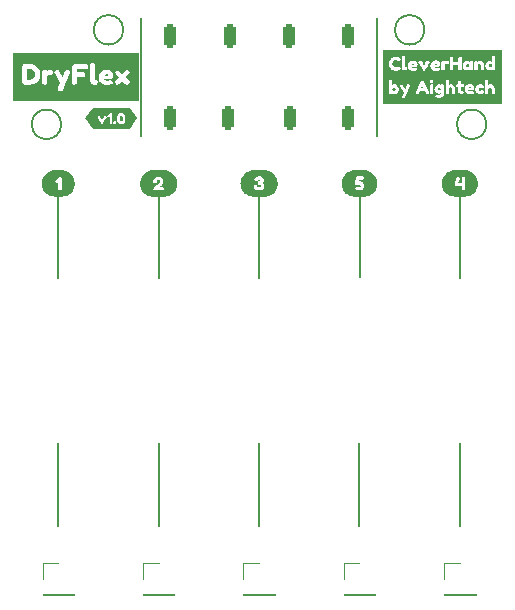
<source format=gto>
G04 #@! TF.GenerationSoftware,KiCad,Pcbnew,7.0.9-7.0.9~ubuntu22.04.1*
G04 #@! TF.CreationDate,2023-12-30T14:42:09+00:00*
G04 #@! TF.ProjectId,DRY_FLEX_V1,4452595f-464c-4455-985f-56312e6b6963,rev?*
G04 #@! TF.SameCoordinates,Original*
G04 #@! TF.FileFunction,Legend,Top*
G04 #@! TF.FilePolarity,Positive*
%FSLAX46Y46*%
G04 Gerber Fmt 4.6, Leading zero omitted, Abs format (unit mm)*
G04 Created by KiCad (PCBNEW 7.0.9-7.0.9~ubuntu22.04.1) date 2023-12-30 14:42:09*
%MOMM*%
%LPD*%
G01*
G04 APERTURE LIST*
G04 Aperture macros list*
%AMRoundRect*
0 Rectangle with rounded corners*
0 $1 Rounding radius*
0 $2 $3 $4 $5 $6 $7 $8 $9 X,Y pos of 4 corners*
0 Add a 4 corners polygon primitive as box body*
4,1,4,$2,$3,$4,$5,$6,$7,$8,$9,$2,$3,0*
0 Add four circle primitives for the rounded corners*
1,1,$1+$1,$2,$3*
1,1,$1+$1,$4,$5*
1,1,$1+$1,$6,$7*
1,1,$1+$1,$8,$9*
0 Add four rect primitives between the rounded corners*
20,1,$1+$1,$2,$3,$4,$5,0*
20,1,$1+$1,$4,$5,$6,$7,0*
20,1,$1+$1,$6,$7,$8,$9,0*
20,1,$1+$1,$8,$9,$2,$3,0*%
G04 Aperture macros list end*
%ADD10C,0.152400*%
%ADD11C,0.120000*%
%ADD12C,0.499999*%
%ADD13C,3.250000*%
%ADD14C,0.000000*%
%ADD15C,0.500000*%
%ADD16R,1.700000X1.700000*%
%ADD17RoundRect,0.250000X-0.250000X-0.750000X0.250000X-0.750000X0.250000X0.750000X-0.250000X0.750000X0*%
G04 APERTURE END LIST*
D10*
X110000000Y-105000000D02*
X110000000Y-95000000D01*
X90000000Y-105000000D02*
X90000000Y-95000000D01*
X119250000Y-104000000D02*
G75*
G03*
X119250000Y-104000000I-1250000J0D01*
G01*
X114000000Y-96000000D02*
G75*
G03*
X114000000Y-96000000I-1250000J0D01*
G01*
X88500000Y-96000000D02*
G75*
G03*
X88500000Y-96000000I-1250000J0D01*
G01*
X83250000Y-104000000D02*
G75*
G03*
X83250000Y-104000000I-1250000J0D01*
G01*
X117000000Y-131000000D02*
X117000000Y-138000000D01*
X108500000Y-131000000D02*
X108500000Y-138000000D01*
X100000000Y-131000000D02*
X100000000Y-138000000D01*
X91500000Y-131000000D02*
X91500000Y-138000000D01*
X83000000Y-131000000D02*
X83000000Y-138000000D01*
X117000000Y-110000000D02*
X117000000Y-117000000D01*
X108532812Y-109954835D02*
X108532812Y-116954835D01*
X100000000Y-110000000D02*
X100000000Y-117000000D01*
X91500000Y-110000000D02*
X91500000Y-117000000D01*
X83000000Y-110000000D02*
X83000000Y-117000000D01*
G36*
X120538460Y-102321067D02*
G01*
X120009294Y-102321067D01*
X119826942Y-102321067D01*
X118736807Y-102321067D01*
X117859381Y-102321067D01*
X117172768Y-102321067D01*
X116473642Y-102321067D01*
X115258383Y-102321067D01*
X114612435Y-102321067D01*
X114215951Y-102321067D01*
X113038581Y-102321067D01*
X112267940Y-102321067D01*
X111149652Y-102321067D01*
X110990706Y-102321067D01*
X110461540Y-102321067D01*
X110461540Y-101283588D01*
X111013580Y-101283588D01*
X111015926Y-101337547D01*
X111029221Y-101378994D01*
X111070277Y-101410666D01*
X111149652Y-101421223D01*
X111244276Y-101402064D01*
X111284159Y-101344585D01*
X111359624Y-101400891D01*
X111473408Y-101419659D01*
X111560125Y-101406017D01*
X111643019Y-101365091D01*
X111722090Y-101296882D01*
X111786390Y-101210512D01*
X111824969Y-101115106D01*
X111837829Y-101010663D01*
X111824882Y-100906133D01*
X111786042Y-100810466D01*
X111721308Y-100723661D01*
X111708517Y-100712713D01*
X111900391Y-100712713D01*
X111931671Y-100789351D01*
X112242915Y-101313304D01*
X112159500Y-101495602D01*
X112109451Y-101614990D01*
X112092768Y-101671469D01*
X112115837Y-101723865D01*
X112185046Y-101768440D01*
X112267940Y-101791900D01*
X112314861Y-101777824D01*
X112342232Y-101748107D01*
X112363346Y-101702750D01*
X112538866Y-101310176D01*
X113240772Y-101310176D01*
X113263451Y-101363354D01*
X113331487Y-101410275D01*
X113415163Y-101436863D01*
X113465212Y-101422005D01*
X113493365Y-101393070D01*
X113517607Y-101347713D01*
X113598937Y-101178797D01*
X114032176Y-101178797D01*
X114113506Y-101347713D01*
X114137749Y-101394634D01*
X114165902Y-101424351D01*
X114215951Y-101438427D01*
X114299627Y-101411839D01*
X114367663Y-101363745D01*
X114390341Y-101310176D01*
X114382000Y-101285152D01*
X114476364Y-101285152D01*
X114478710Y-101339893D01*
X114492004Y-101380558D01*
X114533060Y-101412230D01*
X114612435Y-101422787D01*
X114692592Y-101412621D01*
X114732866Y-101382122D01*
X114747724Y-101340675D01*
X114750070Y-101286716D01*
X114750070Y-100998932D01*
X114851733Y-100998932D01*
X114864332Y-101100856D01*
X114902130Y-101193916D01*
X114965126Y-101278113D01*
X115042546Y-101344585D01*
X115123615Y-101384468D01*
X115208334Y-101397762D01*
X115320554Y-101378212D01*
X115397583Y-101319560D01*
X115397583Y-101366482D01*
X115360046Y-101479093D01*
X115263075Y-101526014D01*
X115178617Y-101511546D01*
X115100415Y-101468144D01*
X115055058Y-101449376D01*
X115016739Y-101461888D01*
X114970600Y-101507245D01*
X114923679Y-101615164D01*
X114950659Y-101664822D01*
X115031598Y-101719955D01*
X115142253Y-101763357D01*
X115258383Y-101777824D01*
X115359177Y-101765572D01*
X115453019Y-101728817D01*
X115539910Y-101667559D01*
X115609423Y-101586316D01*
X115651131Y-101489606D01*
X115665034Y-101377430D01*
X115665034Y-101285152D01*
X115790157Y-101285152D01*
X115792503Y-101339893D01*
X115805797Y-101380558D01*
X115846853Y-101412230D01*
X115926228Y-101422787D01*
X116006385Y-101412621D01*
X116046659Y-101382122D01*
X116061518Y-101340675D01*
X116063864Y-101286716D01*
X116063864Y-100983292D01*
X116112349Y-100907436D01*
X116210101Y-100873809D01*
X116301598Y-100909782D01*
X116337570Y-101009881D01*
X116337570Y-101283588D01*
X116339917Y-101339893D01*
X116354775Y-101382122D01*
X116396222Y-101412621D01*
X116473642Y-101422787D01*
X116553799Y-101412621D01*
X116594073Y-101382122D01*
X116608931Y-101340675D01*
X116611277Y-101286716D01*
X116611277Y-101011445D01*
X116599721Y-100902657D01*
X116565051Y-100805687D01*
X116531679Y-100756506D01*
X116697300Y-100756506D01*
X116719978Y-100847221D01*
X116777066Y-100873809D01*
X116841191Y-100869117D01*
X116841191Y-101100595D01*
X116850575Y-101206081D01*
X116878728Y-101288975D01*
X116925649Y-101349277D01*
X116990644Y-101390116D01*
X117073017Y-101414619D01*
X117172768Y-101422787D01*
X117225163Y-101420441D01*
X117266610Y-101407147D01*
X117299455Y-101366091D01*
X117310403Y-101286716D01*
X117274430Y-101181925D01*
X117232983Y-101167067D01*
X117176678Y-101164721D01*
X117126628Y-101145952D01*
X117113334Y-101084955D01*
X117113334Y-101014573D01*
X117415194Y-101014573D01*
X117426142Y-101115540D01*
X117458987Y-101209904D01*
X117513728Y-101297664D01*
X117573748Y-101356902D01*
X117653710Y-101403237D01*
X117750094Y-101433149D01*
X117859381Y-101443120D01*
X118005130Y-101434420D01*
X118109236Y-101408320D01*
X118171700Y-101364820D01*
X118192521Y-101303920D01*
X118172189Y-101231974D01*
X118086167Y-101161593D01*
X118023605Y-101178797D01*
X118006401Y-101185053D01*
X117945012Y-101199129D01*
X117864073Y-101203822D01*
X117760846Y-101174105D01*
X117709233Y-101100595D01*
X118079910Y-101100595D01*
X118185483Y-101054456D01*
X118214104Y-101007535D01*
X118311388Y-101007535D01*
X118321554Y-101104114D01*
X118352053Y-101192091D01*
X118398583Y-101267361D01*
X118456844Y-101325817D01*
X118547732Y-101384034D01*
X118641053Y-101418964D01*
X118736807Y-101430607D01*
X118856456Y-101414967D01*
X118955772Y-101368046D01*
X119020289Y-101314477D01*
X119031261Y-101285152D01*
X119143457Y-101285152D01*
X119145803Y-101339893D01*
X119159098Y-101380558D01*
X119200154Y-101412230D01*
X119279529Y-101422787D01*
X119359686Y-101412621D01*
X119399960Y-101382122D01*
X119414818Y-101340675D01*
X119417164Y-101286716D01*
X119417164Y-100983292D01*
X119465649Y-100907436D01*
X119563402Y-100873809D01*
X119654898Y-100909782D01*
X119690871Y-101009881D01*
X119690871Y-101283588D01*
X119693217Y-101339893D01*
X119708075Y-101382122D01*
X119749522Y-101412621D01*
X119826942Y-101422787D01*
X119907099Y-101412621D01*
X119947373Y-101382122D01*
X119962232Y-101340675D01*
X119964578Y-101286716D01*
X119964578Y-101011445D01*
X119953021Y-100902657D01*
X119918352Y-100805687D01*
X119860569Y-100720533D01*
X119857688Y-100718001D01*
X119785408Y-100654496D01*
X119698604Y-100614874D01*
X119600157Y-100601666D01*
X119502013Y-100625518D01*
X119417164Y-100697073D01*
X119417164Y-100351420D01*
X119414818Y-100297461D01*
X119399960Y-100256014D01*
X119360077Y-100224342D01*
X119281093Y-100213785D01*
X119200545Y-100224342D01*
X119159098Y-100256014D01*
X119145803Y-100295897D01*
X119143457Y-100349856D01*
X119143457Y-101285152D01*
X119031261Y-101285152D01*
X119041795Y-101256999D01*
X119005822Y-101175669D01*
X118943651Y-101113498D01*
X118891647Y-101092775D01*
X118822047Y-101121710D01*
X118729769Y-101150644D01*
X118636708Y-101113889D01*
X118592915Y-101010663D01*
X118638272Y-100906654D01*
X118736025Y-100869117D01*
X118816573Y-100895706D01*
X118901031Y-100930115D01*
X118953817Y-100908609D01*
X119008950Y-100844093D01*
X119041795Y-100754160D01*
X119001130Y-100682996D01*
X118957336Y-100653280D01*
X118932312Y-100637639D01*
X118920269Y-100632981D01*
X118849418Y-100605577D01*
X118733679Y-100589154D01*
X118637577Y-100600624D01*
X118545299Y-100635033D01*
X118456844Y-100692381D01*
X118398583Y-100750446D01*
X118352053Y-100824542D01*
X118321554Y-100911346D01*
X118311388Y-101007535D01*
X118214104Y-101007535D01*
X118221260Y-100995804D01*
X118233186Y-100912128D01*
X118219892Y-100819654D01*
X118180009Y-100734610D01*
X118121944Y-100667552D01*
X118049412Y-100619653D01*
X117973325Y-100594519D01*
X117962412Y-100590914D01*
X117860945Y-100581334D01*
X117740774Y-100594454D01*
X117634680Y-100633816D01*
X117542663Y-100699419D01*
X117471847Y-100786918D01*
X117429357Y-100891970D01*
X117415194Y-101014573D01*
X117113334Y-101014573D01*
X117113334Y-100869117D01*
X117214997Y-100875373D01*
X117268956Y-100873027D01*
X117310403Y-100859733D01*
X117342075Y-100818677D01*
X117352632Y-100739302D01*
X117342466Y-100659145D01*
X117311967Y-100618871D01*
X117270520Y-100604012D01*
X117217343Y-100601666D01*
X117113334Y-100607923D01*
X117113334Y-100454647D01*
X117105514Y-100374881D01*
X117063676Y-100331479D01*
X117010506Y-100322413D01*
X116978827Y-100317011D01*
X116898670Y-100326786D01*
X116858396Y-100356112D01*
X116843537Y-100393649D01*
X116841191Y-100446827D01*
X116841191Y-100607923D01*
X116789578Y-100601666D01*
X116727016Y-100621999D01*
X116705120Y-100663446D01*
X116697300Y-100756506D01*
X116531679Y-100756506D01*
X116507269Y-100720533D01*
X116432108Y-100654496D01*
X116345304Y-100614874D01*
X116246856Y-100601666D01*
X116148713Y-100625518D01*
X116063864Y-100697073D01*
X116063864Y-100351420D01*
X116061518Y-100297461D01*
X116046659Y-100256014D01*
X116006776Y-100224342D01*
X115927792Y-100213785D01*
X115847244Y-100224342D01*
X115805797Y-100256014D01*
X115792503Y-100295897D01*
X115790157Y-100349856D01*
X115790157Y-101285152D01*
X115665034Y-101285152D01*
X115665034Y-100729918D01*
X115662687Y-100676740D01*
X115648611Y-100636857D01*
X115608728Y-100604794D01*
X115581756Y-100601955D01*
X115519578Y-100595410D01*
X115431210Y-100618089D01*
X115399147Y-100684560D01*
X115373340Y-100654062D01*
X115313125Y-100618089D01*
X115216154Y-100598538D01*
X115127873Y-100611920D01*
X115044457Y-100652063D01*
X114965908Y-100718969D01*
X114961044Y-100725459D01*
X114902477Y-100803601D01*
X114864419Y-100896922D01*
X114851733Y-100998932D01*
X114750070Y-100998932D01*
X114750070Y-100739302D01*
X114748506Y-100693945D01*
X114720354Y-100626691D01*
X114613999Y-100600102D01*
X114613217Y-100600201D01*
X114533451Y-100610269D01*
X114492004Y-100640767D01*
X114478710Y-100682214D01*
X114476364Y-100736174D01*
X114476364Y-101285152D01*
X114382000Y-101285152D01*
X114363753Y-101230410D01*
X113966475Y-100409370D01*
X113941462Y-100357676D01*
X113934845Y-100349856D01*
X114476364Y-100349856D01*
X114478710Y-100403815D01*
X114492786Y-100445262D01*
X114534233Y-100478107D01*
X114613217Y-100487492D01*
X114692201Y-100478107D01*
X114733648Y-100446044D01*
X114747724Y-100405379D01*
X114750070Y-100351420D01*
X114747724Y-100297461D01*
X114732866Y-100256014D01*
X114692983Y-100224342D01*
X114613999Y-100213785D01*
X114533451Y-100224342D01*
X114492004Y-100256014D01*
X114478710Y-100295897D01*
X114476364Y-100349856D01*
X113934845Y-100349856D01*
X113889849Y-100296679D01*
X113816339Y-100276346D01*
X113742047Y-100298243D01*
X113689652Y-100356112D01*
X113267361Y-101230410D01*
X113240772Y-101310176D01*
X112538866Y-101310176D01*
X112773125Y-100786223D01*
X112785637Y-100759634D01*
X112798149Y-100706457D01*
X112775080Y-100652889D01*
X112705871Y-100607923D01*
X112619067Y-100586026D01*
X112561979Y-100612615D01*
X112543993Y-100639203D01*
X112520728Y-100689448D01*
X112461881Y-100818286D01*
X112422631Y-100905694D01*
X112402447Y-100950643D01*
X112377423Y-101011445D01*
X112329719Y-100933330D01*
X112280452Y-100851218D01*
X112229621Y-100765109D01*
X112169405Y-100662664D01*
X112143599Y-100619653D01*
X112116228Y-100593846D01*
X112067743Y-100581334D01*
X111984849Y-100612615D01*
X111921505Y-100662664D01*
X111900391Y-100712713D01*
X111708517Y-100712713D01*
X111641108Y-100655018D01*
X111597925Y-100634152D01*
X111555868Y-100613831D01*
X111465588Y-100600102D01*
X111363143Y-100619262D01*
X111287287Y-100676740D01*
X111287287Y-100351420D01*
X111284941Y-100297461D01*
X111270083Y-100256014D01*
X111230200Y-100224342D01*
X111151216Y-100213785D01*
X111070668Y-100224342D01*
X111029221Y-100256014D01*
X111015926Y-100295897D01*
X111013580Y-100349856D01*
X111013580Y-101283588D01*
X110461540Y-101283588D01*
X110461540Y-98851037D01*
X110990706Y-98851037D01*
X111001223Y-98970298D01*
X111032775Y-99080431D01*
X111080598Y-99176475D01*
X111139931Y-99253468D01*
X111209186Y-99315778D01*
X111286775Y-99367768D01*
X111367341Y-99407853D01*
X111445525Y-99434443D01*
X111522122Y-99449326D01*
X111597925Y-99454287D01*
X111674720Y-99447937D01*
X111754294Y-99428887D01*
X111861450Y-99387612D01*
X111916219Y-99354275D01*
X111966225Y-99314587D01*
X111987656Y-99259025D01*
X111952731Y-99170125D01*
X111897566Y-99103450D01*
X112092431Y-99103450D01*
X112103544Y-99250293D01*
X112136881Y-99351100D01*
X112194825Y-99403884D01*
X112295631Y-99432062D01*
X112422631Y-99439206D01*
X112492481Y-99422537D01*
X112516294Y-99380865D01*
X112524231Y-99300300D01*
X112492481Y-99187587D01*
X112465494Y-99174093D01*
X112421838Y-99171712D01*
X112379769Y-99156631D01*
X112370244Y-99084400D01*
X112370244Y-99024075D01*
X112587731Y-99024075D01*
X112598844Y-99126557D01*
X112632181Y-99222336D01*
X112687744Y-99311412D01*
X112748664Y-99371539D01*
X112829825Y-99418568D01*
X112927655Y-99448929D01*
X113038581Y-99459050D01*
X113186516Y-99450219D01*
X113292184Y-99423728D01*
X113355585Y-99379575D01*
X113376719Y-99317762D01*
X113356081Y-99244737D01*
X113268769Y-99173300D01*
X113205269Y-99190762D01*
X113187806Y-99197112D01*
X113125497Y-99211400D01*
X113043344Y-99216162D01*
X112938569Y-99186000D01*
X112886181Y-99111387D01*
X113262419Y-99111387D01*
X113369575Y-99064556D01*
X113405889Y-99005025D01*
X113417994Y-98920093D01*
X113404500Y-98826232D01*
X113364019Y-98739912D01*
X113353022Y-98727212D01*
X113481494Y-98727212D01*
X113513244Y-98812937D01*
X113843444Y-99378087D01*
X113857731Y-99395550D01*
X113901388Y-99429681D01*
X113966475Y-99446350D01*
X114035531Y-99424918D01*
X114086331Y-99376500D01*
X114291830Y-99024075D01*
X114510194Y-99024075D01*
X114521306Y-99126557D01*
X114554644Y-99222336D01*
X114610206Y-99311412D01*
X114671127Y-99371539D01*
X114752288Y-99418568D01*
X114850117Y-99448929D01*
X114961044Y-99459050D01*
X115108979Y-99450219D01*
X115214647Y-99423728D01*
X115278048Y-99379575D01*
X115290497Y-99343162D01*
X115443644Y-99343162D01*
X115472219Y-99411425D01*
X115581756Y-99438412D01*
X115662719Y-99428093D01*
X115705581Y-99397137D01*
X115720662Y-99355068D01*
X115723044Y-99300300D01*
X115723044Y-99295537D01*
X116169131Y-99295537D01*
X116178656Y-99378087D01*
X116220725Y-99422140D01*
X116308831Y-99436825D01*
X116390588Y-99426109D01*
X116432656Y-99393962D01*
X116447738Y-99351893D01*
X116450119Y-99297125D01*
X116450119Y-98973275D01*
X116870806Y-98973275D01*
X116870806Y-99295537D01*
X116880331Y-99378087D01*
X116922400Y-99422140D01*
X117010506Y-99436825D01*
X117092263Y-99426109D01*
X117134331Y-99393962D01*
X117149413Y-99351893D01*
X117151794Y-99297125D01*
X117151794Y-99018518D01*
X117254981Y-99018518D01*
X117268034Y-99124616D01*
X117307192Y-99221718D01*
X117372456Y-99309825D01*
X117452978Y-99379498D01*
X117537909Y-99421302D01*
X117627250Y-99435237D01*
X117744923Y-99414203D01*
X117823306Y-99351100D01*
X117857438Y-99413806D01*
X117973325Y-99435237D01*
X118043770Y-99424918D01*
X118082069Y-99393962D01*
X118095563Y-99351893D01*
X118097944Y-99297125D01*
X118224944Y-99297125D01*
X118227325Y-99351893D01*
X118240819Y-99393962D01*
X118282491Y-99426109D01*
X118363056Y-99436825D01*
X118444416Y-99426109D01*
X118485294Y-99393962D01*
X118500375Y-99353481D01*
X118502756Y-99298712D01*
X118502756Y-99017725D01*
X118541650Y-98917712D01*
X118643250Y-98879612D01*
X118743263Y-98916125D01*
X118780569Y-99017725D01*
X118780569Y-99297125D01*
X118790094Y-99378087D01*
X118831369Y-99422140D01*
X118920269Y-99436825D01*
X119002025Y-99426109D01*
X119044094Y-99393962D01*
X119057588Y-99353481D01*
X119059969Y-99298712D01*
X119059969Y-99020106D01*
X119171094Y-99020106D01*
X119184147Y-99126116D01*
X119223305Y-99222953D01*
X119288569Y-99310618D01*
X119369708Y-99379851D01*
X119456491Y-99421391D01*
X119548919Y-99435237D01*
X119654884Y-99416187D01*
X119734656Y-99359037D01*
X119771764Y-99417378D01*
X119857688Y-99436825D01*
X119946389Y-99426109D01*
X119991831Y-99393962D01*
X120006912Y-99353481D01*
X120009294Y-99298712D01*
X120009294Y-98350975D01*
X120006912Y-98296206D01*
X119992625Y-98254137D01*
X119950556Y-98220800D01*
X119870388Y-98211275D01*
X119790219Y-98220800D01*
X119748150Y-98253343D01*
X119733863Y-98294618D01*
X119731481Y-98349387D01*
X119731481Y-98682762D01*
X119653297Y-98623231D01*
X119548919Y-98603387D01*
X119457285Y-98617322D01*
X119370766Y-98659126D01*
X119289362Y-98728800D01*
X119223658Y-98816906D01*
X119184235Y-98914008D01*
X119171094Y-99020106D01*
X119059969Y-99020106D01*
X119059969Y-99019312D01*
X119048239Y-98908804D01*
X119013049Y-98810115D01*
X118954400Y-98723243D01*
X118878112Y-98655775D01*
X118790006Y-98615293D01*
X118690081Y-98601800D01*
X118571019Y-98638312D01*
X118528156Y-98671650D01*
X118499581Y-98703400D01*
X118483706Y-98638312D01*
X118442828Y-98610928D01*
X118364644Y-98601800D01*
X118284078Y-98611721D01*
X118242406Y-98641487D01*
X118227325Y-98681968D01*
X118224944Y-98735150D01*
X118224944Y-99297125D01*
X118097944Y-99297125D01*
X118097944Y-98741500D01*
X118095563Y-98686731D01*
X118081275Y-98644662D01*
X118039206Y-98611325D01*
X117947131Y-98601800D01*
X117857834Y-98624025D01*
X117821719Y-98690700D01*
X117793144Y-98658156D01*
X117731231Y-98622437D01*
X117632806Y-98603387D01*
X117541172Y-98617234D01*
X117454653Y-98658773D01*
X117373250Y-98728006D01*
X117307545Y-98815671D01*
X117268122Y-98912509D01*
X117254981Y-99018518D01*
X117151794Y-99018518D01*
X117151794Y-98416062D01*
X117143856Y-98333512D01*
X117121631Y-98301762D01*
X117080356Y-98282712D01*
X117007331Y-98274775D01*
X116931131Y-98284300D01*
X116888269Y-98317637D01*
X116873188Y-98359706D01*
X116870806Y-98414475D01*
X116870806Y-98739912D01*
X116450119Y-98739912D01*
X116450119Y-98416062D01*
X116442181Y-98333512D01*
X116398922Y-98289459D01*
X116310419Y-98274775D01*
X116228663Y-98285490D01*
X116186594Y-98317637D01*
X116171513Y-98359706D01*
X116169131Y-98414475D01*
X116169131Y-99295537D01*
X115723044Y-99295537D01*
X115723044Y-98966925D01*
X115760350Y-98893900D01*
X115840519Y-98863737D01*
X115909575Y-98876437D01*
X115964344Y-98889137D01*
X116051656Y-98828812D01*
X116081819Y-98717687D01*
X116061975Y-98643868D01*
X116011969Y-98611325D01*
X115956406Y-98597831D01*
X115893700Y-98593862D01*
X115807181Y-98620850D01*
X115742887Y-98663712D01*
X115719869Y-98690700D01*
X115702406Y-98638312D01*
X115660734Y-98610928D01*
X115583344Y-98601800D01*
X115501588Y-98612515D01*
X115459519Y-98644662D01*
X115446025Y-98685143D01*
X115443644Y-98739912D01*
X115443644Y-99297125D01*
X115443644Y-99343162D01*
X115290497Y-99343162D01*
X115299181Y-99317762D01*
X115278544Y-99244737D01*
X115191231Y-99173300D01*
X115127731Y-99190762D01*
X115110269Y-99197112D01*
X115047959Y-99211400D01*
X114965806Y-99216162D01*
X114861031Y-99186000D01*
X114808644Y-99111387D01*
X115184881Y-99111387D01*
X115292038Y-99064556D01*
X115328352Y-99005025D01*
X115340456Y-98920093D01*
X115326963Y-98826232D01*
X115286481Y-98739912D01*
X115227545Y-98671848D01*
X115153925Y-98623231D01*
X115065620Y-98594061D01*
X114962631Y-98584337D01*
X114840658Y-98597654D01*
X114732973Y-98637607D01*
X114639575Y-98704193D01*
X114567697Y-98793005D01*
X114524569Y-98899632D01*
X114510194Y-99024075D01*
X114291830Y-99024075D01*
X114414944Y-98812937D01*
X114446694Y-98725625D01*
X114426056Y-98671650D01*
X114364144Y-98620850D01*
X114276831Y-98587512D01*
X114226031Y-98601006D01*
X114198250Y-98627993D01*
X114172056Y-98671650D01*
X113964094Y-99071700D01*
X113756131Y-98671650D01*
X113714063Y-98607356D01*
X113659294Y-98585925D01*
X113564044Y-98620850D01*
X113502131Y-98672046D01*
X113481494Y-98727212D01*
X113353022Y-98727212D01*
X113305083Y-98671848D01*
X113231463Y-98623231D01*
X113143158Y-98594061D01*
X113040169Y-98584337D01*
X112918196Y-98597654D01*
X112810510Y-98637607D01*
X112717113Y-98704193D01*
X112645234Y-98793005D01*
X112602107Y-98899632D01*
X112587731Y-99024075D01*
X112370244Y-99024075D01*
X112370244Y-98349387D01*
X112367863Y-98293825D01*
X112352781Y-98250962D01*
X112310712Y-98218815D01*
X112232131Y-98208100D01*
X112150375Y-98218815D01*
X112108306Y-98250962D01*
X112094813Y-98293031D01*
X112092431Y-98347800D01*
X112092431Y-99103450D01*
X111897566Y-99103450D01*
X111846369Y-99081225D01*
X111770169Y-99112975D01*
X111741594Y-99133612D01*
X111678888Y-99159012D01*
X111586019Y-99171712D01*
X111483228Y-99154250D01*
X111384406Y-99101862D01*
X111303444Y-99001850D01*
X111279631Y-98934182D01*
X111271694Y-98858181D01*
X111279631Y-98782179D01*
X111303444Y-98714512D01*
X111382819Y-98616087D01*
X111483625Y-98562509D01*
X111586019Y-98544650D01*
X111686031Y-98558143D01*
X111763819Y-98598625D01*
X111844781Y-98633550D01*
X111897169Y-98612118D01*
X111955906Y-98547825D01*
X111989244Y-98459718D01*
X111947969Y-98384312D01*
X111903519Y-98355737D01*
X111865419Y-98333512D01*
X111748738Y-98286681D01*
X111672339Y-98269417D01*
X111597131Y-98263662D01*
X111492533Y-98273187D01*
X111388287Y-98301762D01*
X111284394Y-98349387D01*
X111206408Y-98399195D01*
X111137550Y-98459718D01*
X111079011Y-98534331D01*
X111031981Y-98626406D01*
X111001025Y-98732967D01*
X110990706Y-98851037D01*
X110461540Y-98851037D01*
X110461540Y-97678933D01*
X110990706Y-97678933D01*
X120009294Y-97678933D01*
X120538460Y-97678933D01*
X120538460Y-102321067D01*
G37*
G36*
X119689413Y-98925650D02*
G01*
X119726719Y-99021693D01*
X119687825Y-99116150D01*
X119590194Y-99159012D01*
X119490181Y-99116150D01*
X119448906Y-99020900D01*
X119487006Y-98924856D01*
X119588606Y-98881200D01*
X119689413Y-98925650D01*
G37*
G36*
X117773300Y-98924062D02*
G01*
X117810606Y-99020106D01*
X117771713Y-99114562D01*
X117674081Y-99157425D01*
X117574069Y-99115356D01*
X117532794Y-99020900D01*
X117571688Y-98924062D01*
X117673288Y-98879612D01*
X117773300Y-98924062D01*
G37*
G36*
X111526585Y-100916820D02*
G01*
X111564122Y-101011445D01*
X111523457Y-101105287D01*
X111424923Y-101147516D01*
X111328734Y-101105287D01*
X111290415Y-101012227D01*
X111327170Y-100917602D01*
X111426487Y-100873809D01*
X111526585Y-100916820D01*
G37*
G36*
X115352226Y-100907436D02*
G01*
X115388199Y-100999714D01*
X115350662Y-101090429D01*
X115256037Y-101131876D01*
X115159067Y-101091211D01*
X115119184Y-100999714D01*
X115156721Y-100906654D01*
X115255255Y-100864425D01*
X115352226Y-100907436D01*
G37*
G36*
X113919566Y-100947319D02*
G01*
X113711548Y-100947319D01*
X113814775Y-100733046D01*
X113919566Y-100947319D01*
G37*
G36*
X113115575Y-98857387D02*
G01*
X113143356Y-98916125D01*
X113083031Y-98966925D01*
X112883006Y-98966925D01*
X112933806Y-98877231D01*
X113036200Y-98835162D01*
X113115575Y-98857387D01*
G37*
G36*
X115038038Y-98857387D02*
G01*
X115065819Y-98916125D01*
X115005494Y-98966925D01*
X114805469Y-98966925D01*
X114856269Y-98877231D01*
X114958663Y-98835162D01*
X115038038Y-98857387D01*
G37*
G36*
X117935237Y-100850349D02*
G01*
X117962607Y-100908218D01*
X117903174Y-100958267D01*
X117706105Y-100958267D01*
X117756154Y-100869899D01*
X117857035Y-100828452D01*
X117935237Y-100850349D01*
G37*
D11*
X90170000Y-141170000D02*
X91500000Y-141170000D01*
X90170000Y-142500000D02*
X90170000Y-141170000D01*
X90170000Y-143770000D02*
X90170000Y-143830000D01*
X90170000Y-143770000D02*
X92830000Y-143770000D01*
X90170000Y-143830000D02*
X92830000Y-143830000D01*
X92830000Y-143770000D02*
X92830000Y-143830000D01*
G36*
X87213434Y-99770209D02*
G01*
X87255106Y-99858316D01*
X87164619Y-99934516D01*
X86864581Y-99934516D01*
X86940781Y-99799975D01*
X87094372Y-99736872D01*
X87213434Y-99770209D01*
G37*
G36*
X80778404Y-99350216D02*
G01*
X80924553Y-99447550D01*
X81025459Y-99593104D01*
X81059094Y-99770209D01*
X81024566Y-99946720D01*
X80920981Y-100090487D01*
X80774534Y-100186035D01*
X80611419Y-100217884D01*
X80380437Y-100217884D01*
X80380437Y-99317772D01*
X80609037Y-99317772D01*
X80778404Y-99350216D01*
G37*
G36*
X89834794Y-101997472D02*
G01*
X89041044Y-101997472D01*
X88810062Y-101997472D01*
X87097944Y-101997472D01*
X86174019Y-101997472D01*
X84371413Y-101997472D01*
X83223650Y-101997472D01*
X81842525Y-101997472D01*
X80604275Y-101997472D01*
X79958956Y-101997472D01*
X79165206Y-101997472D01*
X79165206Y-100427434D01*
X79958956Y-100427434D01*
X79987531Y-100579834D01*
X80050634Y-100624483D01*
X80168506Y-100639366D01*
X80604275Y-100639366D01*
X80779669Y-100623143D01*
X80941520Y-100574477D01*
X81079758Y-100498872D01*
X81635356Y-100498872D01*
X81678219Y-100601266D01*
X81842525Y-100641747D01*
X81963969Y-100626269D01*
X82028263Y-100579834D01*
X82050884Y-100516731D01*
X82054456Y-100434578D01*
X82054456Y-99934516D01*
X82110416Y-99824978D01*
X82230669Y-99779734D01*
X82334253Y-99798784D01*
X82416406Y-99817834D01*
X82547375Y-99727347D01*
X82592619Y-99560659D01*
X82664056Y-99560659D01*
X82711681Y-99677341D01*
X83185550Y-100475059D01*
X83085537Y-100692200D01*
X83014100Y-100855464D01*
X82971237Y-100964853D01*
X82956950Y-101020366D01*
X82992073Y-101100137D01*
X83097444Y-101168003D01*
X83223650Y-101203722D01*
X83295088Y-101182291D01*
X83336759Y-101137047D01*
X83368906Y-101067991D01*
X83654234Y-100429816D01*
X84161862Y-100429816D01*
X84176150Y-100551259D01*
X84239253Y-100619125D01*
X84371413Y-100641747D01*
X84494047Y-100625673D01*
X84557150Y-100577453D01*
X84579772Y-100515541D01*
X84583344Y-100432197D01*
X84583344Y-100139303D01*
X85678719Y-100139303D01*
X85695387Y-100359569D01*
X85745394Y-100510778D01*
X85832309Y-100589955D01*
X85983519Y-100632222D01*
X86174019Y-100642938D01*
X86278794Y-100617934D01*
X86314512Y-100555427D01*
X86326419Y-100434578D01*
X86278794Y-100265509D01*
X86238312Y-100245269D01*
X86172828Y-100241697D01*
X86109725Y-100219075D01*
X86095437Y-100110728D01*
X86095437Y-100020241D01*
X86421669Y-100020241D01*
X86438337Y-100173964D01*
X86488344Y-100317632D01*
X86571687Y-100451247D01*
X86663068Y-100541437D01*
X86784809Y-100611981D01*
X86931554Y-100657523D01*
X87097944Y-100672703D01*
X87319846Y-100659457D01*
X87478348Y-100619720D01*
X87573450Y-100553492D01*
X87605150Y-100460772D01*
X87595392Y-100426244D01*
X87762312Y-100426244D01*
X87849228Y-100571500D01*
X87994484Y-100656034D01*
X88138550Y-100570309D01*
X88402869Y-100305991D01*
X88664806Y-100570309D01*
X88810062Y-100656034D01*
X88955319Y-100571500D01*
X89041044Y-100426244D01*
X88955319Y-100279797D01*
X88691000Y-100013097D01*
X88955319Y-99746397D01*
X89041044Y-99599950D01*
X88955319Y-99453503D01*
X88810062Y-99367778D01*
X88664806Y-99453503D01*
X88402869Y-99720203D01*
X88138550Y-99453503D01*
X87994484Y-99367778D01*
X87849228Y-99453503D01*
X87762312Y-99599950D01*
X87848037Y-99746397D01*
X88112356Y-100013097D01*
X87848037Y-100279797D01*
X87762312Y-100426244D01*
X87595392Y-100426244D01*
X87574194Y-100351234D01*
X87443225Y-100244078D01*
X87347975Y-100270272D01*
X87321781Y-100279797D01*
X87228317Y-100301228D01*
X87105087Y-100308372D01*
X86947925Y-100263128D01*
X86869344Y-100151209D01*
X87433700Y-100151209D01*
X87594434Y-100080962D01*
X87648905Y-99991666D01*
X87667062Y-99864269D01*
X87646822Y-99723477D01*
X87586100Y-99593997D01*
X87497696Y-99491901D01*
X87387266Y-99418975D01*
X87254809Y-99375220D01*
X87100325Y-99360634D01*
X86917366Y-99380610D01*
X86755837Y-99440539D01*
X86615741Y-99540419D01*
X86507923Y-99673636D01*
X86443232Y-99833577D01*
X86421669Y-100020241D01*
X86095437Y-100020241D01*
X86095437Y-99008209D01*
X86091866Y-98924866D01*
X86069244Y-98860572D01*
X86006141Y-98812352D01*
X85888269Y-98796278D01*
X85765634Y-98812352D01*
X85702531Y-98860572D01*
X85682291Y-98923675D01*
X85678719Y-99005828D01*
X85678719Y-100139303D01*
X84583344Y-100139303D01*
X84583344Y-99982141D01*
X85050069Y-99982141D01*
X85171513Y-99970234D01*
X85239378Y-99905345D01*
X85262000Y-99772591D01*
X85246522Y-99649361D01*
X85200087Y-99584472D01*
X85136984Y-99561850D01*
X85052450Y-99558278D01*
X84583344Y-99558278D01*
X84583344Y-99317772D01*
X85312006Y-99317772D01*
X85396541Y-99314200D01*
X85459644Y-99292769D01*
X85509650Y-99229666D01*
X85523938Y-99108222D01*
X85509650Y-98986778D01*
X85460834Y-98922484D01*
X85398922Y-98899862D01*
X85316769Y-98896291D01*
X84378556Y-98896291D01*
X84207106Y-98940344D01*
X84161862Y-99105841D01*
X84161862Y-100429816D01*
X83654234Y-100429816D01*
X83992794Y-99672578D01*
X84011844Y-99632097D01*
X84030894Y-99551134D01*
X83995770Y-99469577D01*
X83890400Y-99401116D01*
X83758241Y-99367778D01*
X83671325Y-99408259D01*
X83643941Y-99448741D01*
X83608520Y-99525238D01*
X83518925Y-99721394D01*
X83428437Y-99922907D01*
X83390337Y-100015478D01*
X83317709Y-99896548D01*
X83242700Y-99771532D01*
X83165309Y-99640431D01*
X83073631Y-99484459D01*
X83034341Y-99418975D01*
X82992669Y-99379684D01*
X82918850Y-99360634D01*
X82792644Y-99408259D01*
X82696203Y-99484459D01*
X82664056Y-99560659D01*
X82592619Y-99560659D01*
X82562853Y-99449931D01*
X82487844Y-99401116D01*
X82404500Y-99380875D01*
X82310441Y-99374922D01*
X82180662Y-99415403D01*
X82084222Y-99479697D01*
X82049694Y-99520178D01*
X82023500Y-99441597D01*
X81960992Y-99400520D01*
X81844906Y-99386828D01*
X81722272Y-99402902D01*
X81659169Y-99451122D01*
X81638928Y-99511844D01*
X81635356Y-99593997D01*
X81635356Y-100429816D01*
X81635356Y-100498872D01*
X81079758Y-100498872D01*
X81089827Y-100493365D01*
X81224591Y-100379809D01*
X81336584Y-100243557D01*
X81416579Y-100094357D01*
X81464576Y-99932209D01*
X81480575Y-99757112D01*
X81464204Y-99582686D01*
X81415091Y-99422547D01*
X81333235Y-99276695D01*
X81218637Y-99145131D01*
X81082460Y-99036263D01*
X80935864Y-98958501D01*
X80778850Y-98911843D01*
X80611419Y-98896291D01*
X80170887Y-98893909D01*
X80048253Y-98909983D01*
X79985150Y-98958203D01*
X79962528Y-99020116D01*
X79958956Y-99103459D01*
X79958956Y-100427434D01*
X79165206Y-100427434D01*
X79165206Y-98002528D01*
X79958956Y-98002528D01*
X89041044Y-98002528D01*
X89834794Y-98002528D01*
X89834794Y-101997472D01*
G37*
G36*
X88377094Y-103259414D02*
G01*
X88417575Y-103307278D01*
X88441864Y-103387049D01*
X88449960Y-103498730D01*
X88449960Y-103506350D01*
X88441784Y-103615253D01*
X88417257Y-103693040D01*
X88376379Y-103739713D01*
X88319150Y-103755270D01*
X88263032Y-103739276D01*
X88222947Y-103691294D01*
X88198897Y-103611323D01*
X88190880Y-103499365D01*
X88198976Y-103387407D01*
X88223265Y-103307436D01*
X88263746Y-103259454D01*
X88320420Y-103243460D01*
X88377094Y-103259414D01*
G37*
G36*
X89701192Y-103500000D02*
G01*
X89098083Y-104404663D01*
X88674750Y-104404663D01*
X88321690Y-104404663D01*
X87791465Y-104404663D01*
X87469520Y-104404663D01*
X86713235Y-104404663D01*
X86325250Y-104404663D01*
X85901917Y-104404663D01*
X85298808Y-103500000D01*
X85369081Y-103394590D01*
X86325250Y-103394590D01*
X86350650Y-103463170D01*
X86614810Y-103915290D01*
X86626240Y-103929260D01*
X86661165Y-103956565D01*
X86713235Y-103969900D01*
X86768480Y-103952755D01*
X86809120Y-103914020D01*
X87072010Y-103463170D01*
X87097410Y-103393320D01*
X87080900Y-103350140D01*
X87056135Y-103329820D01*
X87135510Y-103329820D01*
X87175515Y-103408560D01*
X87252350Y-103453010D01*
X87341250Y-103413640D01*
X87357760Y-103398400D01*
X87357760Y-103851790D01*
X87359665Y-103898145D01*
X87371730Y-103933070D01*
X87405702Y-103957835D01*
X87469520Y-103966090D01*
X87534925Y-103957517D01*
X87568580Y-103931800D01*
X87580645Y-103898145D01*
X87582550Y-103854330D01*
X87582550Y-103849250D01*
X87665100Y-103849250D01*
X87689865Y-103940690D01*
X87727647Y-103958788D01*
X87791465Y-103964820D01*
X87853854Y-103955613D01*
X87887350Y-103927990D01*
X87900685Y-103893065D01*
X87902590Y-103847980D01*
X87902590Y-103842900D01*
X87881000Y-103754000D01*
X87839884Y-103733998D01*
X87774955Y-103727330D01*
X87712566Y-103736855D01*
X87679070Y-103765430D01*
X87667005Y-103799720D01*
X87665100Y-103844170D01*
X87665100Y-103849250D01*
X87582550Y-103849250D01*
X87582550Y-103498730D01*
X87966090Y-103498730D01*
X87970182Y-103587771D01*
X87982459Y-103670321D01*
X88002920Y-103746380D01*
X88030384Y-103810198D01*
X88064515Y-103864490D01*
X88109282Y-103910051D01*
X88168655Y-103947675D01*
X88240251Y-103972916D01*
X88321690Y-103981330D01*
X88402811Y-103973075D01*
X88473455Y-103948310D01*
X88531716Y-103910845D01*
X88575690Y-103864490D01*
X88619029Y-103791227D01*
X88649985Y-103706058D01*
X88668559Y-103608982D01*
X88674750Y-103500000D01*
X88670517Y-103416039D01*
X88657817Y-103335182D01*
X88636650Y-103257430D01*
X88610139Y-103193295D01*
X88576325Y-103138050D01*
X88531875Y-103091378D01*
X88473455Y-103052960D01*
X88402494Y-103027242D01*
X88320420Y-103018670D01*
X88238029Y-103027401D01*
X88166115Y-103053595D01*
X88106901Y-103092647D01*
X88062610Y-103139955D01*
X88027526Y-103201074D01*
X87995935Y-103281560D01*
X87979354Y-103345766D01*
X87969406Y-103418156D01*
X87966090Y-103498730D01*
X87582550Y-103498730D01*
X87582550Y-103146940D01*
X87576200Y-103079630D01*
X87558420Y-103052325D01*
X87525400Y-103037720D01*
X87465075Y-103031370D01*
X87393320Y-103064390D01*
X87389510Y-103066930D01*
X87181230Y-103254890D01*
X87135510Y-103329820D01*
X87056135Y-103329820D01*
X87031370Y-103309500D01*
X86961520Y-103282830D01*
X86920880Y-103293625D01*
X86898655Y-103315215D01*
X86877700Y-103350140D01*
X86711330Y-103670180D01*
X86544960Y-103350140D01*
X86511305Y-103298705D01*
X86467490Y-103281560D01*
X86391290Y-103309500D01*
X86341760Y-103350458D01*
X86325250Y-103394590D01*
X85369081Y-103394590D01*
X85901917Y-102595337D01*
X86325250Y-102595337D01*
X88674750Y-102595337D01*
X89098083Y-102595337D01*
X89701192Y-103500000D01*
G37*
G36*
X117535505Y-107891995D02*
G01*
X117643583Y-107908026D01*
X117749569Y-107934575D01*
X117852443Y-107971383D01*
X117951213Y-108018098D01*
X118044929Y-108074269D01*
X118132688Y-108139356D01*
X118213645Y-108212731D01*
X118287020Y-108293688D01*
X118352107Y-108381447D01*
X118408278Y-108475163D01*
X118454993Y-108573933D01*
X118491801Y-108676807D01*
X118518350Y-108782793D01*
X118534382Y-108890871D01*
X118539743Y-109000000D01*
X118534382Y-109109129D01*
X118518350Y-109217207D01*
X118491801Y-109323193D01*
X118454993Y-109426067D01*
X118408278Y-109524837D01*
X118352107Y-109618553D01*
X118287020Y-109706312D01*
X118213645Y-109787269D01*
X118132688Y-109860644D01*
X118044929Y-109925731D01*
X117951213Y-109981902D01*
X117852443Y-110028617D01*
X117749569Y-110065425D01*
X117643583Y-110091974D01*
X117535505Y-110108005D01*
X117426376Y-110113367D01*
X117426244Y-110113367D01*
X117288131Y-110113367D01*
X116573756Y-110113367D01*
X116573624Y-110113367D01*
X116464495Y-110108006D01*
X116356417Y-110091974D01*
X116250431Y-110065425D01*
X116147557Y-110028617D01*
X116048787Y-109981902D01*
X115955071Y-109925731D01*
X115867312Y-109860644D01*
X115786355Y-109787269D01*
X115712980Y-109706312D01*
X115647893Y-109618553D01*
X115591722Y-109524837D01*
X115545007Y-109426067D01*
X115508199Y-109323193D01*
X115481650Y-109217207D01*
X115467327Y-109120650D01*
X116573756Y-109120650D01*
X116581694Y-109188912D01*
X116624953Y-109234156D01*
X116713456Y-109249237D01*
X117143669Y-109249237D01*
X117143669Y-109442912D01*
X117153194Y-109525463D01*
X117173831Y-109557213D01*
X117215106Y-109576263D01*
X117288131Y-109584200D01*
X117365125Y-109574675D01*
X117411163Y-109535781D01*
X117426244Y-109444500D01*
X117426244Y-108561850D01*
X117423863Y-108506287D01*
X117408781Y-108464219D01*
X117365919Y-108430881D01*
X117285750Y-108420562D01*
X117204788Y-108429294D01*
X117161131Y-108460250D01*
X117146050Y-108499937D01*
X117143669Y-108553912D01*
X117143669Y-108987300D01*
X116884906Y-108987300D01*
X116981744Y-108599950D01*
X116983331Y-108595187D01*
X116994444Y-108528512D01*
X116966663Y-108467394D01*
X116883319Y-108426912D01*
X116810294Y-108415800D01*
X116755525Y-108433262D01*
X116726950Y-108469775D01*
X116710281Y-108525337D01*
X116578519Y-109057150D01*
X116573756Y-109120650D01*
X115467327Y-109120650D01*
X115465618Y-109109129D01*
X115460257Y-109000000D01*
X115465618Y-108890871D01*
X115481650Y-108782793D01*
X115508199Y-108676807D01*
X115545007Y-108573933D01*
X115591722Y-108475163D01*
X115647893Y-108381447D01*
X115712980Y-108293688D01*
X115786355Y-108212731D01*
X115867312Y-108139356D01*
X115955071Y-108074269D01*
X116048787Y-108018098D01*
X116147557Y-107971383D01*
X116250431Y-107934575D01*
X116356417Y-107908026D01*
X116464495Y-107891994D01*
X116573624Y-107886633D01*
X116573756Y-107886633D01*
X117426244Y-107886633D01*
X117426376Y-107886633D01*
X117535505Y-107891995D01*
G37*
X98670000Y-141170000D02*
X100000000Y-141170000D01*
X98670000Y-142500000D02*
X98670000Y-141170000D01*
X98670000Y-143770000D02*
X98670000Y-143830000D01*
X98670000Y-143770000D02*
X101330000Y-143770000D01*
X98670000Y-143830000D02*
X101330000Y-143830000D01*
X101330000Y-143770000D02*
X101330000Y-143830000D01*
G36*
X83388661Y-107891994D02*
G01*
X83496739Y-107908026D01*
X83602726Y-107934575D01*
X83705599Y-107971383D01*
X83804370Y-108018098D01*
X83898086Y-108074269D01*
X83985845Y-108139356D01*
X84066801Y-108212731D01*
X84140176Y-108293688D01*
X84205263Y-108381447D01*
X84261434Y-108475163D01*
X84308149Y-108573933D01*
X84344958Y-108676807D01*
X84371506Y-108782793D01*
X84387538Y-108890871D01*
X84392899Y-109000000D01*
X84387538Y-109109129D01*
X84371506Y-109217207D01*
X84344958Y-109323193D01*
X84308149Y-109426067D01*
X84261434Y-109524837D01*
X84205263Y-109618553D01*
X84140176Y-109706312D01*
X84066801Y-109787269D01*
X83985845Y-109860644D01*
X83898086Y-109925731D01*
X83804370Y-109981902D01*
X83705599Y-110028617D01*
X83602726Y-110065425D01*
X83496739Y-110091974D01*
X83388661Y-110108006D01*
X83279532Y-110113367D01*
X83279400Y-110113367D01*
X83138113Y-110113367D01*
X82720600Y-110113367D01*
X82720468Y-110113367D01*
X82611339Y-110108006D01*
X82503261Y-110091974D01*
X82397274Y-110065425D01*
X82294401Y-110028617D01*
X82195630Y-109981902D01*
X82101914Y-109925731D01*
X82014155Y-109860644D01*
X81933199Y-109787269D01*
X81859824Y-109706312D01*
X81794737Y-109618553D01*
X81738566Y-109524837D01*
X81691851Y-109426067D01*
X81655042Y-109323193D01*
X81628494Y-109217207D01*
X81612462Y-109109129D01*
X81607101Y-109000000D01*
X81612462Y-108890871D01*
X81627594Y-108788862D01*
X82720600Y-108788862D01*
X82770606Y-108887288D01*
X82866650Y-108942850D01*
X82977775Y-108893638D01*
X82998413Y-108874588D01*
X82998413Y-109441325D01*
X83000794Y-109499269D01*
X83015875Y-109542925D01*
X83058341Y-109573881D01*
X83138113Y-109584200D01*
X83219869Y-109573484D01*
X83261938Y-109541337D01*
X83277019Y-109499269D01*
X83279400Y-109444500D01*
X83279400Y-108560262D01*
X83271463Y-108476125D01*
X83249238Y-108441994D01*
X83207963Y-108423738D01*
X83132556Y-108415800D01*
X83042863Y-108457075D01*
X83038100Y-108460250D01*
X82777750Y-108695200D01*
X82720600Y-108788862D01*
X81627594Y-108788862D01*
X81628494Y-108782793D01*
X81655042Y-108676807D01*
X81691851Y-108573933D01*
X81738566Y-108475163D01*
X81794737Y-108381447D01*
X81859824Y-108293688D01*
X81933199Y-108212731D01*
X82014155Y-108139356D01*
X82101914Y-108074269D01*
X82195630Y-108018098D01*
X82294401Y-107971383D01*
X82397274Y-107934575D01*
X82503261Y-107908026D01*
X82611339Y-107891994D01*
X82720468Y-107886633D01*
X82720600Y-107886633D01*
X83279400Y-107886633D01*
X83279532Y-107886633D01*
X83388661Y-107891994D01*
G37*
X81670000Y-141170000D02*
X83000000Y-141170000D01*
X81670000Y-142500000D02*
X81670000Y-141170000D01*
X81670000Y-143770000D02*
X81670000Y-143830000D01*
X81670000Y-143770000D02*
X84330000Y-143770000D01*
X81670000Y-143830000D02*
X84330000Y-143830000D01*
X84330000Y-143770000D02*
X84330000Y-143830000D01*
G36*
X100553808Y-107875406D02*
G01*
X100663504Y-107891678D01*
X100771077Y-107918624D01*
X100875491Y-107955983D01*
X100975740Y-108003398D01*
X101070859Y-108060410D01*
X101159932Y-108126471D01*
X101242100Y-108200944D01*
X101316574Y-108283113D01*
X101382635Y-108372186D01*
X101439647Y-108467305D01*
X101487061Y-108567554D01*
X101524421Y-108671968D01*
X101551367Y-108779541D01*
X101567639Y-108889237D01*
X101573080Y-109000000D01*
X101567639Y-109110763D01*
X101551367Y-109220459D01*
X101524421Y-109328032D01*
X101487061Y-109432446D01*
X101439647Y-109532695D01*
X101382635Y-109627814D01*
X101316574Y-109716887D01*
X101242100Y-109799056D01*
X101159932Y-109873529D01*
X101070859Y-109939590D01*
X100975740Y-109996602D01*
X100875491Y-110044017D01*
X100771077Y-110081376D01*
X100663504Y-110108322D01*
X100553808Y-110124594D01*
X100443045Y-110130035D01*
X100442913Y-110130035D01*
X99996825Y-110130035D01*
X99557088Y-110130035D01*
X99556955Y-110130035D01*
X99446192Y-110124594D01*
X99336496Y-110108322D01*
X99228923Y-110081376D01*
X99124509Y-110044017D01*
X99024260Y-109996602D01*
X98929141Y-109939590D01*
X98840068Y-109873529D01*
X98757900Y-109799056D01*
X98683426Y-109716887D01*
X98617365Y-109627814D01*
X98560353Y-109532695D01*
X98512939Y-109432446D01*
X98475579Y-109328032D01*
X98452064Y-109234156D01*
X99557088Y-109234156D01*
X99574550Y-109319881D01*
X99577725Y-109335756D01*
X99595188Y-109377031D01*
X99634478Y-109440134D01*
X99679325Y-109489744D01*
X99771047Y-109551480D01*
X99876881Y-109588522D01*
X99996825Y-109600869D01*
X100117651Y-109588610D01*
X100224014Y-109551833D01*
X100315913Y-109490537D01*
X100386468Y-109410369D01*
X100428801Y-109316971D01*
X100442913Y-109210344D01*
X100429816Y-109129381D01*
X100390525Y-109057944D01*
X100340519Y-109006350D01*
X100293688Y-108972219D01*
X100293688Y-108961106D01*
X100362479Y-108911276D01*
X100403754Y-108844337D01*
X100417513Y-108760287D01*
X100404989Y-108670770D01*
X100367418Y-108587426D01*
X100304800Y-108510256D01*
X100220486Y-108448520D01*
X100117828Y-108411478D01*
X99996825Y-108399131D01*
X99918045Y-108404687D01*
X99846806Y-108421356D01*
X99742031Y-108470569D01*
X99676150Y-108533275D01*
X99641225Y-108583281D01*
X99604713Y-108691231D01*
X99624556Y-108747984D01*
X99684088Y-108797594D01*
X99771400Y-108826169D01*
X99831725Y-108806325D01*
X99876175Y-108746794D01*
X99885700Y-108727744D01*
X99926975Y-108689644D01*
X100016669Y-108670594D01*
X100104775Y-108700756D01*
X100136525Y-108764256D01*
X100106363Y-108810691D01*
X100015875Y-108826169D01*
X99933325Y-108834106D01*
X99889272Y-108877366D01*
X99874588Y-108965869D01*
X99885303Y-109047228D01*
X99917450Y-109088106D01*
X99958725Y-109103981D01*
X100030956Y-109107156D01*
X100123031Y-109139700D01*
X100161925Y-109215106D01*
X100122238Y-109292100D01*
X100071438Y-109317698D01*
X99998413Y-109326231D01*
X99931738Y-109316706D01*
X99844425Y-109240506D01*
X99796800Y-109157956D01*
X99712663Y-109142081D01*
X99595981Y-109165100D01*
X99557088Y-109234156D01*
X98452064Y-109234156D01*
X98448633Y-109220459D01*
X98432361Y-109110763D01*
X98426920Y-109000000D01*
X98432361Y-108889237D01*
X98448633Y-108779541D01*
X98475579Y-108671968D01*
X98512939Y-108567554D01*
X98560353Y-108467305D01*
X98617365Y-108372186D01*
X98683426Y-108283113D01*
X98757900Y-108200944D01*
X98840068Y-108126471D01*
X98929141Y-108060410D01*
X99024260Y-108003398D01*
X99124509Y-107955983D01*
X99228923Y-107918624D01*
X99336496Y-107891678D01*
X99446192Y-107875406D01*
X99556955Y-107869965D01*
X99557088Y-107869965D01*
X100442913Y-107869965D01*
X100443045Y-107869965D01*
X100553808Y-107875406D01*
G37*
G36*
X92061683Y-107884095D02*
G01*
X92170532Y-107900241D01*
X92277273Y-107926979D01*
X92380881Y-107964050D01*
X92480355Y-108011098D01*
X92574739Y-108067670D01*
X92663124Y-108133220D01*
X92744658Y-108207118D01*
X92818556Y-108288652D01*
X92884106Y-108377037D01*
X92940678Y-108471421D01*
X92987726Y-108570895D01*
X93024797Y-108674503D01*
X93051535Y-108781244D01*
X93067681Y-108890093D01*
X93073080Y-109000000D01*
X93067681Y-109109907D01*
X93051535Y-109218756D01*
X93024797Y-109325497D01*
X92987726Y-109429105D01*
X92940678Y-109528579D01*
X92884106Y-109622963D01*
X92818556Y-109711348D01*
X92744658Y-109792882D01*
X92663124Y-109866780D01*
X92574739Y-109932330D01*
X92480355Y-109988902D01*
X92380881Y-110035950D01*
X92277273Y-110073021D01*
X92170532Y-110099759D01*
X92061683Y-110115905D01*
X91951776Y-110121304D01*
X91951644Y-110121304D01*
X91808769Y-110121304D01*
X91048356Y-110121304D01*
X91048224Y-110121304D01*
X90938317Y-110115905D01*
X90829468Y-110099759D01*
X90722727Y-110073021D01*
X90619119Y-110035950D01*
X90519645Y-109988902D01*
X90425261Y-109932330D01*
X90336876Y-109866780D01*
X90255342Y-109792882D01*
X90181444Y-109711348D01*
X90115894Y-109622963D01*
X90059322Y-109528579D01*
X90021808Y-109449262D01*
X91048356Y-109449262D01*
X91089631Y-109549275D01*
X91188056Y-109592137D01*
X91808769Y-109592137D01*
X91907194Y-109573088D01*
X91941325Y-109531812D01*
X91951644Y-109451644D01*
X91942119Y-109370681D01*
X91904812Y-109324644D01*
X91811944Y-109309562D01*
X91521431Y-109309562D01*
X91521431Y-109301625D01*
X91561119Y-109285750D01*
X91659544Y-109232172D01*
X91770669Y-109144463D01*
X91822262Y-109087313D01*
X91865919Y-109014287D01*
X91895684Y-108930944D01*
X91905606Y-108842838D01*
X91892377Y-108733741D01*
X91852690Y-108632935D01*
X91786544Y-108540419D01*
X91699143Y-108466776D01*
X91595691Y-108422591D01*
X91476187Y-108407862D01*
X91356772Y-108422415D01*
X91253585Y-108466071D01*
X91166625Y-108538831D01*
X91100920Y-108629936D01*
X91061497Y-108728626D01*
X91048356Y-108834900D01*
X91056294Y-108915862D01*
X91099553Y-108961106D01*
X91188056Y-108976188D01*
X91269019Y-108966663D01*
X91311881Y-108938088D01*
X91326962Y-108898400D01*
X91329344Y-108846012D01*
X91329344Y-108836488D01*
X91335694Y-108799975D01*
X91377762Y-108726156D01*
X91465869Y-108688850D01*
X91545244Y-108703137D01*
X91587312Y-108734094D01*
X91611919Y-108776956D01*
X91623031Y-108817437D01*
X91608148Y-108886891D01*
X91563500Y-108952375D01*
X91497817Y-109012502D01*
X91419831Y-109065881D01*
X91335694Y-109116284D01*
X91251556Y-109167481D01*
X91173570Y-109224234D01*
X91107887Y-109291306D01*
X91063239Y-109366911D01*
X91048356Y-109449262D01*
X90021808Y-109449262D01*
X90012274Y-109429105D01*
X89975203Y-109325497D01*
X89948465Y-109218756D01*
X89932319Y-109109907D01*
X89926920Y-109000000D01*
X89932319Y-108890093D01*
X89948465Y-108781244D01*
X89975203Y-108674503D01*
X90012274Y-108570895D01*
X90059322Y-108471421D01*
X90115894Y-108377037D01*
X90181444Y-108288652D01*
X90255342Y-108207118D01*
X90336876Y-108133220D01*
X90425261Y-108067670D01*
X90519645Y-108011098D01*
X90619119Y-107964050D01*
X90722727Y-107926979D01*
X90829468Y-107900241D01*
X90938317Y-107884095D01*
X91048224Y-107878696D01*
X91048356Y-107878696D01*
X91951644Y-107878696D01*
X91951776Y-107878696D01*
X92061683Y-107884095D01*
G37*
G36*
X108999210Y-107881725D02*
G01*
X109108290Y-107897906D01*
X109215258Y-107924700D01*
X109319086Y-107961850D01*
X109418771Y-108008998D01*
X109513356Y-108065690D01*
X109601928Y-108131379D01*
X109683635Y-108205434D01*
X109757690Y-108287142D01*
X109823380Y-108375714D01*
X109880072Y-108470298D01*
X109927220Y-108569984D01*
X109964370Y-108673811D01*
X109991164Y-108780780D01*
X110007344Y-108889860D01*
X110012755Y-109000000D01*
X110007344Y-109110140D01*
X109991164Y-109219220D01*
X109964370Y-109326189D01*
X109927220Y-109430016D01*
X109880072Y-109529702D01*
X109823380Y-109624286D01*
X109757690Y-109712858D01*
X109683635Y-109794566D01*
X109601928Y-109868621D01*
X109513356Y-109934310D01*
X109418771Y-109991002D01*
X109319086Y-110038150D01*
X109215258Y-110075300D01*
X109108290Y-110102094D01*
X108999210Y-110118275D01*
X108889070Y-110123685D01*
X108888937Y-110123685D01*
X108490475Y-110123685D01*
X108111062Y-110123685D01*
X108110930Y-110123685D01*
X108000790Y-110118275D01*
X107891710Y-110102094D01*
X107784742Y-110075300D01*
X107680914Y-110038150D01*
X107581229Y-109991002D01*
X107486644Y-109934310D01*
X107398072Y-109868621D01*
X107316365Y-109794566D01*
X107242310Y-109712858D01*
X107176620Y-109624286D01*
X107119928Y-109529702D01*
X107072780Y-109430016D01*
X107056094Y-109383381D01*
X108111062Y-109383381D01*
X108171387Y-109478631D01*
X108184087Y-109489744D01*
X108223775Y-109519906D01*
X108306325Y-109561358D01*
X108395225Y-109586228D01*
X108490475Y-109594519D01*
X108597543Y-109581378D01*
X108692264Y-109541955D01*
X108774637Y-109476250D01*
X108838137Y-109392289D01*
X108876237Y-109298097D01*
X108888937Y-109193675D01*
X108875532Y-109089782D01*
X108835315Y-108997178D01*
X108768287Y-108915863D01*
X108684503Y-108852803D01*
X108594015Y-108814968D01*
X108496825Y-108802356D01*
X108441262Y-108805531D01*
X108457137Y-108684881D01*
X108734950Y-108684881D01*
X108786544Y-108682500D01*
X108825437Y-108667419D01*
X108855203Y-108628128D01*
X108865125Y-108551531D01*
X108854409Y-108467394D01*
X108822262Y-108424531D01*
X108780987Y-108409450D01*
X108725425Y-108407069D01*
X108576200Y-108407069D01*
X108334900Y-108405481D01*
X108270606Y-108420563D01*
X108229331Y-108454694D01*
X108206312Y-108497556D01*
X108195200Y-108530894D01*
X108186072Y-108596775D01*
X108161862Y-108775369D01*
X108138050Y-108956741D01*
X108130112Y-109030956D01*
X108147575Y-109069850D01*
X108221394Y-109118269D01*
X108321406Y-109148431D01*
X108407925Y-109111919D01*
X108484125Y-109083344D01*
X108569056Y-109114300D01*
X108606362Y-109198438D01*
X108572231Y-109281781D01*
X108467456Y-109311944D01*
X108368237Y-109278606D01*
X108261875Y-109227806D01*
X108169800Y-109280194D01*
X108111062Y-109383381D01*
X107056094Y-109383381D01*
X107035630Y-109326189D01*
X107008836Y-109219220D01*
X106992656Y-109110140D01*
X106987245Y-109000000D01*
X106992656Y-108889860D01*
X107008836Y-108780780D01*
X107035630Y-108673811D01*
X107072780Y-108569984D01*
X107119928Y-108470298D01*
X107176620Y-108375714D01*
X107242310Y-108287142D01*
X107316365Y-108205434D01*
X107398072Y-108131379D01*
X107486644Y-108065690D01*
X107581229Y-108008998D01*
X107680914Y-107961850D01*
X107784742Y-107924700D01*
X107891710Y-107897906D01*
X108000790Y-107881725D01*
X108110930Y-107876315D01*
X108111062Y-107876315D01*
X108888937Y-107876315D01*
X108889070Y-107876315D01*
X108999210Y-107881725D01*
G37*
X107170000Y-141170000D02*
X108500000Y-141170000D01*
X107170000Y-142500000D02*
X107170000Y-141170000D01*
X107170000Y-143770000D02*
X107170000Y-143830000D01*
X107170000Y-143770000D02*
X109830000Y-143770000D01*
X107170000Y-143830000D02*
X109830000Y-143830000D01*
X109830000Y-143770000D02*
X109830000Y-143830000D01*
X115670000Y-141170000D02*
X117000000Y-141170000D01*
X115670000Y-142500000D02*
X115670000Y-141170000D01*
X115670000Y-143770000D02*
X115670000Y-143830000D01*
X115670000Y-143770000D02*
X118330000Y-143770000D01*
X115670000Y-143830000D02*
X118330000Y-143830000D01*
X118330000Y-143770000D02*
X118330000Y-143830000D01*
%LPC*%
D12*
X91249998Y-99000000D02*
G75*
G03*
X91249998Y-99000000I-249999J0D01*
G01*
D13*
X101625000Y-120800000D02*
G75*
G03*
X101625000Y-120800000I-1625000J0D01*
G01*
D14*
G36*
X99000000Y-99500000D02*
G01*
X96000000Y-99500000D01*
X96000000Y-98500000D01*
X99000000Y-98500000D01*
X99000000Y-99500000D01*
G37*
D15*
X94250000Y-99000000D02*
G75*
G03*
X94250000Y-99000000I-250000J0D01*
G01*
G36*
X79750000Y-120672800D02*
G01*
X86250000Y-120672800D01*
X86250000Y-127272800D01*
X79750000Y-127272800D01*
X79750000Y-120672800D01*
G37*
D12*
X101249998Y-99000000D02*
G75*
G03*
X101249998Y-99000000I-249999J0D01*
G01*
D14*
G36*
X99500000Y-99000000D02*
G01*
X95500000Y-99000000D01*
X95500000Y-93500000D01*
X99500000Y-93500000D01*
X99500000Y-99000000D01*
G37*
G36*
X94000000Y-106500000D02*
G01*
X90500000Y-106500000D01*
X90500000Y-106000000D01*
X94500000Y-106000000D01*
X94000000Y-106500000D01*
G37*
D15*
X99250000Y-101000000D02*
G75*
G03*
X99250000Y-101000000I-250000J0D01*
G01*
X106250000Y-101000000D02*
G75*
G03*
X106250000Y-101000000I-250000J0D01*
G01*
G36*
X88250000Y-120672800D02*
G01*
X94750000Y-120672800D01*
X94750000Y-127272800D01*
X88250000Y-127272800D01*
X88250000Y-120672800D01*
G37*
X109250000Y-99000000D02*
G75*
G03*
X109250000Y-99000000I-250000J0D01*
G01*
G36*
X100500000Y-101000000D02*
G01*
X104500000Y-101000000D01*
X104500000Y-106500000D01*
X100500000Y-106500000D01*
X100500000Y-101000000D01*
G37*
G36*
X91000000Y-100500000D02*
G01*
X94000000Y-100500000D01*
X94000000Y-101500000D01*
X91000000Y-101500000D01*
X91000000Y-100500000D01*
G37*
G36*
X105250000Y-120672800D02*
G01*
X111750000Y-120672800D01*
X111750000Y-127272800D01*
X105250000Y-127272800D01*
X105250000Y-120672800D01*
G37*
D13*
X93125000Y-120800000D02*
G75*
G03*
X93125000Y-120800000I-1625000J0D01*
G01*
D12*
X96249998Y-99000000D02*
G75*
G03*
X96249998Y-99000000I-249999J0D01*
G01*
D15*
X104250000Y-101000000D02*
G75*
G03*
X104250000Y-101000000I-250000J0D01*
G01*
D14*
G36*
X104000000Y-99500000D02*
G01*
X101000000Y-99500000D01*
X101000000Y-98500000D01*
X104000000Y-98500000D01*
X104000000Y-99500000D01*
G37*
G36*
X95500000Y-101000000D02*
G01*
X99500000Y-101000000D01*
X99500000Y-106500000D01*
X95500000Y-106500000D01*
X95500000Y-101000000D01*
G37*
G36*
X104500000Y-99000000D02*
G01*
X100500000Y-99000000D01*
X100500000Y-93500000D01*
X104500000Y-93500000D01*
X104500000Y-99000000D01*
G37*
G36*
X101000000Y-100500000D02*
G01*
X104000000Y-100500000D01*
X104000000Y-101500000D01*
X101000000Y-101500000D01*
X101000000Y-100500000D01*
G37*
G36*
X106000000Y-100500000D02*
G01*
X109000000Y-100500000D01*
X109000000Y-101500000D01*
X106000000Y-101500000D01*
X106000000Y-100500000D01*
G37*
D13*
X84625000Y-127200000D02*
G75*
G03*
X84625000Y-127200000I-1625000J0D01*
G01*
D15*
X101250000Y-101000000D02*
G75*
G03*
X101250000Y-101000000I-250000J0D01*
G01*
D13*
X110125000Y-120800000D02*
G75*
G03*
X110125000Y-120800000I-1625000J0D01*
G01*
G36*
X96750000Y-120672800D02*
G01*
X103250000Y-120672800D01*
X103250000Y-127272800D01*
X96750000Y-127272800D01*
X96750000Y-120672800D01*
G37*
X118625000Y-127200000D02*
G75*
G03*
X118625000Y-127200000I-1625000J0D01*
G01*
X101625000Y-127200000D02*
G75*
G03*
X101625000Y-127200000I-1625000J0D01*
G01*
X93125000Y-127200000D02*
G75*
G03*
X93125000Y-127200000I-1625000J0D01*
G01*
X84625000Y-120800000D02*
G75*
G03*
X84625000Y-120800000I-1625000J0D01*
G01*
X118625000Y-120800000D02*
G75*
G03*
X118625000Y-120800000I-1625000J0D01*
G01*
D12*
X106249998Y-99000000D02*
G75*
G03*
X106249998Y-99000000I-249999J0D01*
G01*
G36*
X113750000Y-120672800D02*
G01*
X120250000Y-120672800D01*
X120250000Y-127272800D01*
X113750000Y-127272800D01*
X113750000Y-120672800D01*
G37*
D15*
X104250000Y-99000000D02*
G75*
G03*
X104250000Y-99000000I-250000J0D01*
G01*
G36*
X96000000Y-100500000D02*
G01*
X99000000Y-100500000D01*
X99000000Y-101500000D01*
X96000000Y-101500000D01*
X96000000Y-100500000D01*
G37*
G36*
X90500000Y-101000000D02*
G01*
X94500000Y-101000000D01*
X94500000Y-106000000D01*
X90500000Y-106000000D01*
X90500000Y-101000000D01*
G37*
G36*
X105500000Y-101000000D02*
G01*
X109500000Y-101000000D01*
X109500000Y-106500000D01*
X105500000Y-106500000D01*
X105500000Y-101000000D01*
G37*
X96250000Y-101000000D02*
G75*
G03*
X96250000Y-101000000I-250000J0D01*
G01*
X109250000Y-101000000D02*
G75*
G03*
X109250000Y-101000000I-250000J0D01*
G01*
X99250000Y-99000000D02*
G75*
G03*
X99250000Y-99000000I-250000J0D01*
G01*
X91250000Y-101000000D02*
G75*
G03*
X91250000Y-101000000I-250000J0D01*
G01*
D14*
G36*
X109500000Y-99000000D02*
G01*
X105500000Y-99000000D01*
X105500000Y-93500000D01*
X109500000Y-93500000D01*
X109500000Y-99000000D01*
G37*
D13*
X110125000Y-127200000D02*
G75*
G03*
X110125000Y-127200000I-1625000J0D01*
G01*
D14*
G36*
X109000000Y-99500000D02*
G01*
X106000000Y-99500000D01*
X106000000Y-98500000D01*
X109000000Y-98500000D01*
X109000000Y-99500000D01*
G37*
D15*
X94250000Y-101000000D02*
G75*
G03*
X94250000Y-101000000I-250000J0D01*
G01*
D14*
G36*
X94500000Y-99000000D02*
G01*
X90500000Y-99000000D01*
X90500000Y-93500000D01*
X94500000Y-93500000D01*
X94500000Y-99000000D01*
G37*
G36*
X94000000Y-99500000D02*
G01*
X91000000Y-99500000D01*
X91000000Y-98500000D01*
X94000000Y-98500000D01*
X94000000Y-99500000D01*
G37*
D16*
X91500000Y-142500000D03*
D17*
X97400000Y-103500000D03*
X107500000Y-96500000D03*
X102500000Y-96500000D03*
D16*
X100000000Y-142500000D03*
D17*
X97500000Y-96500000D03*
X92500000Y-103500000D03*
X102600000Y-103500000D03*
D16*
X83000000Y-142500000D03*
D17*
X107500000Y-103500000D03*
X92500000Y-96500000D03*
D16*
X108500000Y-142500000D03*
X117000000Y-142500000D03*
%LPD*%
M02*

</source>
